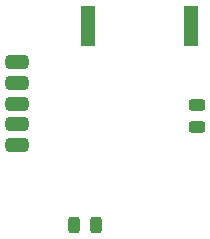
<source format=gbr>
%TF.GenerationSoftware,KiCad,Pcbnew,8.0.0*%
%TF.CreationDate,2024-10-09T20:58:18-07:00*%
%TF.ProjectId,LEO,4c454f2e-6b69-4636-9164-5f7063625858,rev?*%
%TF.SameCoordinates,Original*%
%TF.FileFunction,Paste,Top*%
%TF.FilePolarity,Positive*%
%FSLAX46Y46*%
G04 Gerber Fmt 4.6, Leading zero omitted, Abs format (unit mm)*
G04 Created by KiCad (PCBNEW 8.0.0) date 2024-10-09 20:58:18*
%MOMM*%
%LPD*%
G01*
G04 APERTURE LIST*
G04 Aperture macros list*
%AMRoundRect*
0 Rectangle with rounded corners*
0 $1 Rounding radius*
0 $2 $3 $4 $5 $6 $7 $8 $9 X,Y pos of 4 corners*
0 Add a 4 corners polygon primitive as box body*
4,1,4,$2,$3,$4,$5,$6,$7,$8,$9,$2,$3,0*
0 Add four circle primitives for the rounded corners*
1,1,$1+$1,$2,$3*
1,1,$1+$1,$4,$5*
1,1,$1+$1,$6,$7*
1,1,$1+$1,$8,$9*
0 Add four rect primitives between the rounded corners*
20,1,$1+$1,$2,$3,$4,$5,0*
20,1,$1+$1,$4,$5,$6,$7,0*
20,1,$1+$1,$6,$7,$8,$9,0*
20,1,$1+$1,$8,$9,$2,$3,0*%
G04 Aperture macros list end*
%ADD10R,1.300000X3.400000*%
%ADD11RoundRect,0.410105X-0.589895X-0.214895X0.589895X-0.214895X0.589895X0.214895X-0.589895X0.214895X0*%
%ADD12RoundRect,0.243750X0.243750X0.456250X-0.243750X0.456250X-0.243750X-0.456250X0.243750X-0.456250X0*%
%ADD13RoundRect,0.243750X-0.456250X0.243750X-0.456250X-0.243750X0.456250X-0.243750X0.456250X0.243750X0*%
G04 APERTURE END LIST*
D10*
%TO.C,BZ1*%
X16320600Y29966000D03*
X7620600Y29966000D03*
%TD*%
D11*
%TO.C,J5*%
X1556600Y19846000D03*
X1556600Y21596000D03*
X1556600Y23346000D03*
X1556600Y25096000D03*
X1556600Y26846000D03*
%TD*%
D12*
%TO.C,D2*%
X8259900Y13075000D03*
X6384900Y13075000D03*
%TD*%
D13*
%TO.C,D3*%
X16822000Y23258100D03*
X16822000Y21383100D03*
%TD*%
M02*

</source>
